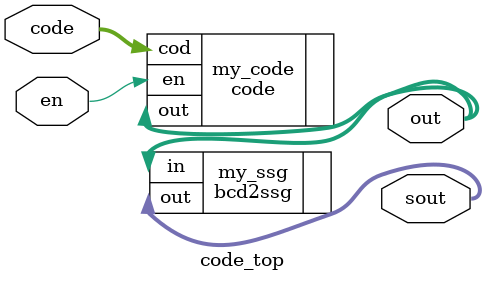
<source format=v>
module code_top (
    input [7:0] code,
    input en,
    output reg [6:0] sout,
    output reg [3:0] out
);
    code my_code(
        .cod(code),
        .en(en),
        .out(out)
    );
    bcd2ssg my_ssg(
        .in(out),
        .out(sout)
    );
    
endmodule

</source>
